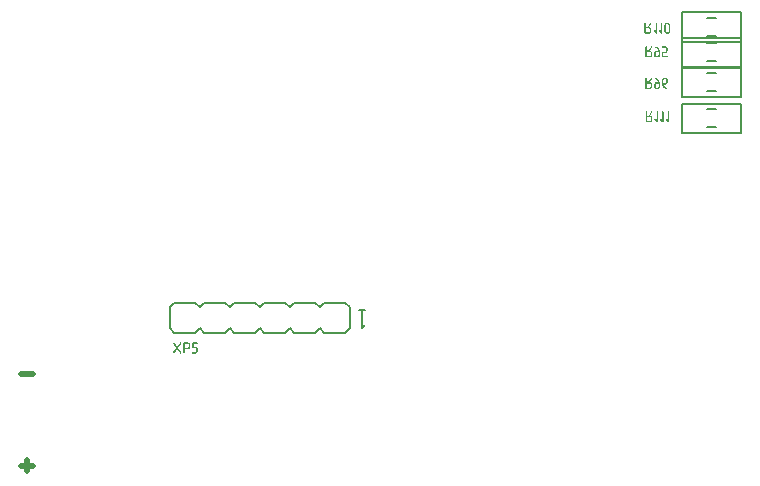
<source format=gbo>
G04*
G04 #@! TF.GenerationSoftware,Altium Limited,Altium Designer,21.0.9 (235)*
G04*
G04 Layer_Color=32896*
%FSLAX44Y44*%
%MOMM*%
G71*
G04*
G04 #@! TF.SameCoordinates,FA964728-6FA9-4AF5-8778-7C994F639020*
G04*
G04*
G04 #@! TF.FilePolarity,Positive*
G04*
G01*
G75*
%ADD11C,0.1500*%
%ADD13C,0.2000*%
%ADD17C,0.5000*%
G36*
X-257445Y-410547D02*
X-257362Y-410561D01*
X-257223Y-410616D01*
X-257168Y-410644D01*
X-257126Y-410658D01*
X-257112Y-410686D01*
X-257099D01*
X-257029Y-410755D01*
X-256988Y-410838D01*
X-256932Y-410977D01*
X-256918Y-411046D01*
X-256904Y-411088D01*
Y-411116D01*
Y-411129D01*
X-256960Y-411338D01*
X-256988Y-411421D01*
X-258832Y-414208D01*
X-258888D01*
X-258596Y-414236D01*
X-258319Y-414291D01*
X-258083Y-414389D01*
X-257875Y-414500D01*
X-257709Y-414597D01*
X-257584Y-414694D01*
X-257515Y-414749D01*
X-257487Y-414777D01*
X-257293Y-414999D01*
X-257154Y-415248D01*
X-257043Y-415470D01*
X-256974Y-415692D01*
X-256932Y-415886D01*
X-256918Y-416039D01*
X-256904Y-416094D01*
Y-416136D01*
Y-416164D01*
Y-416178D01*
Y-418008D01*
X-256932Y-418299D01*
X-257001Y-418563D01*
X-257085Y-418799D01*
X-257196Y-419007D01*
X-257307Y-419173D01*
X-257390Y-419298D01*
X-257459Y-419367D01*
X-257487Y-419395D01*
X-257709Y-419589D01*
X-257945Y-419728D01*
X-258180Y-419839D01*
X-258402Y-419908D01*
X-258596Y-419950D01*
X-258749Y-419964D01*
X-258804Y-419977D01*
X-262202D01*
X-262285Y-419950D01*
X-262438Y-419880D01*
X-262535Y-419783D01*
X-262618Y-419686D01*
X-262660Y-419575D01*
X-262674Y-419478D01*
X-262687Y-419409D01*
Y-419395D01*
Y-419381D01*
Y-411129D01*
X-262674Y-411018D01*
X-262660Y-410935D01*
X-262632Y-410852D01*
X-262604Y-410783D01*
X-262577Y-410741D01*
X-262549Y-410700D01*
X-262521Y-410686D01*
Y-410672D01*
X-262382Y-410589D01*
X-262244Y-410547D01*
X-262174D01*
X-262133Y-410533D01*
X-262091D01*
X-261994Y-410547D01*
X-261925Y-410561D01*
X-261786Y-410616D01*
X-261731Y-410644D01*
X-261689Y-410658D01*
X-261675Y-410686D01*
X-261661D01*
X-261606Y-410755D01*
X-261564Y-410824D01*
X-261509Y-410977D01*
Y-411032D01*
X-261495Y-411088D01*
Y-411116D01*
Y-411129D01*
Y-414208D01*
X-260136D01*
X-258014Y-410797D01*
X-257931Y-410686D01*
X-257861Y-410630D01*
X-257806Y-410589D01*
X-257792Y-410575D01*
X-257695Y-410547D01*
X-257612Y-410533D01*
X-257528D01*
X-257445Y-410547D01*
D02*
G37*
G36*
X-243272D02*
X-243202Y-410561D01*
X-243064Y-410616D01*
X-243008Y-410644D01*
X-242967Y-410658D01*
X-242953Y-410686D01*
X-242939D01*
X-242883Y-410755D01*
X-242842Y-410824D01*
X-242786Y-410977D01*
Y-411032D01*
X-242773Y-411088D01*
Y-411116D01*
Y-411129D01*
Y-419395D01*
Y-419492D01*
X-242800Y-419589D01*
X-242842Y-419742D01*
X-242870Y-419797D01*
X-242897Y-419839D01*
X-242911Y-419853D01*
X-242925Y-419867D01*
X-242994Y-419922D01*
X-243064Y-419977D01*
X-243175Y-420019D01*
X-243258Y-420047D01*
X-243286D01*
X-243397Y-420033D01*
X-243494Y-420005D01*
X-243549Y-419977D01*
X-243577Y-419964D01*
X-243660Y-419908D01*
X-243729Y-419853D01*
X-243785Y-419811D01*
X-243799Y-419797D01*
X-245643Y-417953D01*
X-245699Y-417883D01*
X-245740Y-417814D01*
X-245782Y-417675D01*
X-245796Y-417634D01*
X-245810Y-417592D01*
Y-417564D01*
Y-417551D01*
X-245796Y-417467D01*
X-245782Y-417384D01*
X-245713Y-417245D01*
X-245685Y-417190D01*
X-245657Y-417148D01*
X-245643Y-417135D01*
X-245629Y-417121D01*
X-245560Y-417065D01*
X-245477Y-417024D01*
X-245352Y-416982D01*
X-245296Y-416968D01*
X-245255Y-416954D01*
X-245213D01*
X-245130Y-416968D01*
X-245047Y-416982D01*
X-244922Y-417037D01*
X-244867Y-417065D01*
X-244825Y-417093D01*
X-244811Y-417121D01*
X-244797D01*
X-243965Y-418147D01*
Y-411129D01*
X-243951Y-411018D01*
X-243937Y-410935D01*
X-243910Y-410852D01*
X-243882Y-410783D01*
X-243854Y-410741D01*
X-243827Y-410700D01*
X-243799Y-410686D01*
Y-410672D01*
X-243660Y-410589D01*
X-243521Y-410547D01*
X-243452D01*
X-243410Y-410533D01*
X-243369D01*
X-243272Y-410547D01*
D02*
G37*
G36*
X-247959D02*
X-247890Y-410561D01*
X-247751Y-410616D01*
X-247696Y-410644D01*
X-247654Y-410658D01*
X-247640Y-410686D01*
X-247626D01*
X-247571Y-410755D01*
X-247529Y-410824D01*
X-247474Y-410977D01*
Y-411032D01*
X-247460Y-411088D01*
Y-411116D01*
Y-411129D01*
Y-419395D01*
Y-419492D01*
X-247488Y-419589D01*
X-247529Y-419742D01*
X-247557Y-419797D01*
X-247585Y-419839D01*
X-247599Y-419853D01*
X-247613Y-419867D01*
X-247682Y-419922D01*
X-247751Y-419977D01*
X-247862Y-420019D01*
X-247945Y-420047D01*
X-247973D01*
X-248084Y-420033D01*
X-248181Y-420005D01*
X-248237Y-419977D01*
X-248264Y-419964D01*
X-248348Y-419908D01*
X-248417Y-419853D01*
X-248472Y-419811D01*
X-248486Y-419797D01*
X-250331Y-417953D01*
X-250386Y-417883D01*
X-250428Y-417814D01*
X-250469Y-417675D01*
X-250483Y-417634D01*
X-250497Y-417592D01*
Y-417564D01*
Y-417551D01*
X-250483Y-417467D01*
X-250469Y-417384D01*
X-250400Y-417245D01*
X-250372Y-417190D01*
X-250345Y-417148D01*
X-250331Y-417135D01*
X-250317Y-417121D01*
X-250248Y-417065D01*
X-250164Y-417024D01*
X-250040Y-416982D01*
X-249984Y-416968D01*
X-249942Y-416954D01*
X-249901D01*
X-249818Y-416968D01*
X-249734Y-416982D01*
X-249610Y-417037D01*
X-249554Y-417065D01*
X-249513Y-417093D01*
X-249499Y-417121D01*
X-249485D01*
X-248653Y-418147D01*
Y-411129D01*
X-248639Y-411018D01*
X-248625Y-410935D01*
X-248597Y-410852D01*
X-248570Y-410783D01*
X-248542Y-410741D01*
X-248514Y-410700D01*
X-248486Y-410686D01*
Y-410672D01*
X-248348Y-410589D01*
X-248209Y-410547D01*
X-248140D01*
X-248098Y-410533D01*
X-248056D01*
X-247959Y-410547D01*
D02*
G37*
G36*
X-252647D02*
X-252577Y-410561D01*
X-252439Y-410616D01*
X-252383Y-410644D01*
X-252342Y-410658D01*
X-252328Y-410686D01*
X-252314D01*
X-252258Y-410755D01*
X-252217Y-410824D01*
X-252161Y-410977D01*
Y-411032D01*
X-252148Y-411088D01*
Y-411116D01*
Y-411129D01*
Y-419395D01*
Y-419492D01*
X-252175Y-419589D01*
X-252217Y-419742D01*
X-252245Y-419797D01*
X-252272Y-419839D01*
X-252286Y-419853D01*
X-252300Y-419867D01*
X-252369Y-419922D01*
X-252439Y-419977D01*
X-252550Y-420019D01*
X-252633Y-420047D01*
X-252661D01*
X-252772Y-420033D01*
X-252869Y-420005D01*
X-252924Y-419977D01*
X-252952Y-419964D01*
X-253035Y-419908D01*
X-253104Y-419853D01*
X-253160Y-419811D01*
X-253174Y-419797D01*
X-255018Y-417953D01*
X-255074Y-417883D01*
X-255115Y-417814D01*
X-255157Y-417675D01*
X-255171Y-417634D01*
X-255185Y-417592D01*
Y-417564D01*
Y-417551D01*
X-255171Y-417467D01*
X-255157Y-417384D01*
X-255088Y-417245D01*
X-255060Y-417190D01*
X-255032Y-417148D01*
X-255018Y-417135D01*
X-255004Y-417121D01*
X-254935Y-417065D01*
X-254852Y-417024D01*
X-254727Y-416982D01*
X-254672Y-416968D01*
X-254630Y-416954D01*
X-254588D01*
X-254505Y-416968D01*
X-254422Y-416982D01*
X-254297Y-417037D01*
X-254242Y-417065D01*
X-254200Y-417093D01*
X-254186Y-417121D01*
X-254172D01*
X-253340Y-418147D01*
Y-411129D01*
X-253326Y-411018D01*
X-253312Y-410935D01*
X-253285Y-410852D01*
X-253257Y-410783D01*
X-253229Y-410741D01*
X-253202Y-410700D01*
X-253174Y-410686D01*
Y-410672D01*
X-253035Y-410589D01*
X-252896Y-410547D01*
X-252827D01*
X-252785Y-410533D01*
X-252744D01*
X-252647Y-410547D01*
D02*
G37*
G36*
X-258361Y-335617D02*
X-258277Y-335631D01*
X-258139Y-335686D01*
X-258083Y-335714D01*
X-258042Y-335728D01*
X-258028Y-335756D01*
X-258014D01*
X-257945Y-335825D01*
X-257903Y-335908D01*
X-257847Y-336047D01*
X-257834Y-336116D01*
X-257820Y-336158D01*
Y-336186D01*
Y-336199D01*
X-257875Y-336408D01*
X-257903Y-336491D01*
X-259747Y-339278D01*
X-259803D01*
X-259512Y-339306D01*
X-259234Y-339361D01*
X-258999Y-339459D01*
X-258790Y-339570D01*
X-258624Y-339667D01*
X-258499Y-339764D01*
X-258430Y-339819D01*
X-258402Y-339847D01*
X-258208Y-340069D01*
X-258069Y-340318D01*
X-257958Y-340540D01*
X-257889Y-340762D01*
X-257847Y-340956D01*
X-257834Y-341109D01*
X-257820Y-341164D01*
Y-341206D01*
Y-341234D01*
Y-341248D01*
Y-343078D01*
X-257847Y-343369D01*
X-257917Y-343633D01*
X-258000Y-343869D01*
X-258111Y-344077D01*
X-258222Y-344243D01*
X-258305Y-344368D01*
X-258374Y-344437D01*
X-258402Y-344465D01*
X-258624Y-344659D01*
X-258860Y-344798D01*
X-259096Y-344909D01*
X-259317Y-344978D01*
X-259512Y-345020D01*
X-259664Y-345034D01*
X-259720Y-345047D01*
X-263117D01*
X-263201Y-345020D01*
X-263353Y-344950D01*
X-263450Y-344853D01*
X-263533Y-344756D01*
X-263575Y-344645D01*
X-263589Y-344548D01*
X-263603Y-344479D01*
Y-344465D01*
Y-344451D01*
Y-336199D01*
X-263589Y-336088D01*
X-263575Y-336005D01*
X-263547Y-335922D01*
X-263520Y-335853D01*
X-263492Y-335811D01*
X-263464Y-335770D01*
X-263436Y-335756D01*
Y-335742D01*
X-263298Y-335659D01*
X-263159Y-335617D01*
X-263090D01*
X-263048Y-335603D01*
X-263006D01*
X-262909Y-335617D01*
X-262840Y-335631D01*
X-262701Y-335686D01*
X-262646Y-335714D01*
X-262604Y-335728D01*
X-262590Y-335756D01*
X-262577D01*
X-262521Y-335825D01*
X-262479Y-335894D01*
X-262424Y-336047D01*
Y-336102D01*
X-262410Y-336158D01*
Y-336186D01*
Y-336199D01*
Y-339278D01*
X-261051D01*
X-258929Y-335867D01*
X-258846Y-335756D01*
X-258777Y-335700D01*
X-258721Y-335659D01*
X-258707Y-335645D01*
X-258610Y-335617D01*
X-258527Y-335603D01*
X-258444D01*
X-258361Y-335617D01*
D02*
G37*
G36*
X-248875D02*
X-248805Y-335631D01*
X-248667Y-335686D01*
X-248611Y-335714D01*
X-248570Y-335728D01*
X-248556Y-335756D01*
X-248542D01*
X-248486Y-335825D01*
X-248445Y-335894D01*
X-248389Y-336047D01*
Y-336102D01*
X-248375Y-336158D01*
Y-336186D01*
Y-336199D01*
Y-344465D01*
Y-344562D01*
X-248403Y-344659D01*
X-248445Y-344812D01*
X-248472Y-344867D01*
X-248500Y-344909D01*
X-248514Y-344923D01*
X-248528Y-344937D01*
X-248597Y-344992D01*
X-248667Y-345047D01*
X-248778Y-345089D01*
X-248861Y-345117D01*
X-248888D01*
X-248999Y-345103D01*
X-249097Y-345075D01*
X-249152Y-345047D01*
X-249180Y-345034D01*
X-249263Y-344978D01*
X-249332Y-344923D01*
X-249388Y-344881D01*
X-249402Y-344867D01*
X-251246Y-343023D01*
X-251302Y-342953D01*
X-251343Y-342884D01*
X-251385Y-342745D01*
X-251399Y-342704D01*
X-251413Y-342662D01*
Y-342634D01*
Y-342621D01*
X-251399Y-342537D01*
X-251385Y-342454D01*
X-251315Y-342315D01*
X-251288Y-342260D01*
X-251260Y-342218D01*
X-251246Y-342205D01*
X-251232Y-342191D01*
X-251163Y-342135D01*
X-251080Y-342094D01*
X-250955Y-342052D01*
X-250899Y-342038D01*
X-250858Y-342024D01*
X-250816D01*
X-250733Y-342038D01*
X-250650Y-342052D01*
X-250525Y-342107D01*
X-250469Y-342135D01*
X-250428Y-342163D01*
X-250414Y-342191D01*
X-250400D01*
X-249568Y-343217D01*
Y-336199D01*
X-249554Y-336088D01*
X-249540Y-336005D01*
X-249513Y-335922D01*
X-249485Y-335853D01*
X-249457Y-335811D01*
X-249429Y-335770D01*
X-249402Y-335756D01*
Y-335742D01*
X-249263Y-335659D01*
X-249124Y-335617D01*
X-249055D01*
X-249013Y-335603D01*
X-248972D01*
X-248875Y-335617D01*
D02*
G37*
G36*
X-253562D02*
X-253493Y-335631D01*
X-253354Y-335686D01*
X-253299Y-335714D01*
X-253257Y-335728D01*
X-253243Y-335756D01*
X-253229D01*
X-253174Y-335825D01*
X-253132Y-335894D01*
X-253077Y-336047D01*
Y-336102D01*
X-253063Y-336158D01*
Y-336186D01*
Y-336199D01*
Y-344465D01*
Y-344562D01*
X-253091Y-344659D01*
X-253132Y-344812D01*
X-253160Y-344867D01*
X-253188Y-344909D01*
X-253202Y-344923D01*
X-253215Y-344937D01*
X-253285Y-344992D01*
X-253354Y-345047D01*
X-253465Y-345089D01*
X-253548Y-345117D01*
X-253576D01*
X-253687Y-345103D01*
X-253784Y-345075D01*
X-253839Y-345047D01*
X-253867Y-345034D01*
X-253950Y-344978D01*
X-254020Y-344923D01*
X-254075Y-344881D01*
X-254089Y-344867D01*
X-255934Y-343023D01*
X-255989Y-342953D01*
X-256031Y-342884D01*
X-256072Y-342745D01*
X-256086Y-342704D01*
X-256100Y-342662D01*
Y-342634D01*
Y-342621D01*
X-256086Y-342537D01*
X-256072Y-342454D01*
X-256003Y-342315D01*
X-255975Y-342260D01*
X-255947Y-342218D01*
X-255934Y-342205D01*
X-255920Y-342191D01*
X-255850Y-342135D01*
X-255767Y-342094D01*
X-255642Y-342052D01*
X-255587Y-342038D01*
X-255545Y-342024D01*
X-255504D01*
X-255420Y-342038D01*
X-255337Y-342052D01*
X-255212Y-342107D01*
X-255157Y-342135D01*
X-255115Y-342163D01*
X-255102Y-342191D01*
X-255088D01*
X-254256Y-343217D01*
Y-336199D01*
X-254242Y-336088D01*
X-254228Y-336005D01*
X-254200Y-335922D01*
X-254172Y-335853D01*
X-254145Y-335811D01*
X-254117Y-335770D01*
X-254089Y-335756D01*
Y-335742D01*
X-253950Y-335659D01*
X-253812Y-335617D01*
X-253742D01*
X-253701Y-335603D01*
X-253659D01*
X-253562Y-335617D01*
D02*
G37*
G36*
X-243854D02*
X-243702Y-335631D01*
X-243397Y-335700D01*
X-243147Y-335811D01*
X-242925Y-335922D01*
X-242745Y-336033D01*
X-242606Y-336144D01*
X-242523Y-336213D01*
X-242495Y-336241D01*
X-242384Y-336366D01*
X-242287Y-336491D01*
X-242121Y-336740D01*
X-242010Y-337004D01*
X-241940Y-337240D01*
X-241885Y-337448D01*
X-241871Y-337531D01*
Y-337600D01*
X-241857Y-337669D01*
Y-337711D01*
Y-337739D01*
Y-337753D01*
Y-342898D01*
Y-343064D01*
X-241885Y-343217D01*
X-241954Y-343508D01*
X-242065Y-343772D01*
X-242176Y-343993D01*
X-242301Y-344160D01*
X-242412Y-344299D01*
X-242481Y-344382D01*
X-242495Y-344410D01*
X-242509D01*
X-242634Y-344520D01*
X-242759Y-344618D01*
X-243008Y-344784D01*
X-243272Y-344895D01*
X-243507Y-344964D01*
X-243715Y-345020D01*
X-243799Y-345034D01*
X-243868D01*
X-243937Y-345047D01*
X-244742D01*
X-244894Y-345020D01*
X-245200Y-344950D01*
X-245449Y-344840D01*
X-245671Y-344729D01*
X-245851Y-344604D01*
X-245990Y-344493D01*
X-246073Y-344423D01*
X-246087Y-344410D01*
X-246101Y-344396D01*
X-246212Y-344271D01*
X-246309Y-344146D01*
X-246462Y-343883D01*
X-246572Y-343633D01*
X-246642Y-343397D01*
X-246697Y-343203D01*
X-246711Y-343037D01*
X-246725Y-342981D01*
Y-342939D01*
Y-342912D01*
Y-342898D01*
Y-337753D01*
X-246711Y-337586D01*
X-246697Y-337420D01*
X-246628Y-337129D01*
X-246517Y-336865D01*
X-246406Y-336643D01*
X-246295Y-336463D01*
X-246184Y-336324D01*
X-246115Y-336241D01*
X-246087Y-336227D01*
Y-336213D01*
X-245962Y-336102D01*
X-245837Y-336019D01*
X-245588Y-335867D01*
X-245324Y-335756D01*
X-245089Y-335686D01*
X-244881Y-335631D01*
X-244797Y-335617D01*
X-244728D01*
X-244659Y-335603D01*
X-244021D01*
X-243854Y-335617D01*
D02*
G37*
G36*
X-656389Y-606305D02*
X-656333Y-606319D01*
X-656194Y-606361D01*
X-656111Y-606416D01*
X-656042Y-606471D01*
X-656028Y-606485D01*
X-656014Y-606499D01*
X-655986Y-606541D01*
X-655945Y-606596D01*
X-655875Y-606721D01*
X-655862Y-606804D01*
X-655848Y-606888D01*
Y-606915D01*
X-655862Y-606985D01*
X-655889Y-607096D01*
X-655959Y-607234D01*
X-658510Y-611020D01*
X-655945Y-614820D01*
X-655875Y-615001D01*
X-655848Y-615139D01*
Y-615153D01*
Y-615181D01*
X-655862Y-615223D01*
X-655875Y-615278D01*
X-655931Y-615417D01*
X-655973Y-615486D01*
X-656042Y-615555D01*
X-656056Y-615569D01*
X-656070Y-615583D01*
X-656111Y-615611D01*
X-656167Y-615639D01*
X-656305Y-615708D01*
X-656375Y-615722D01*
X-656472Y-615736D01*
X-656513D01*
X-656569Y-615722D01*
X-656638Y-615694D01*
X-656721Y-615666D01*
X-656805Y-615611D01*
X-656902Y-615541D01*
X-656985Y-615444D01*
X-659218Y-611977D01*
X-661464Y-615486D01*
X-661478Y-615500D01*
X-661520Y-615541D01*
X-661589Y-615611D01*
X-661700Y-615694D01*
X-661936Y-615736D01*
X-661977D01*
X-662019Y-615722D01*
X-662075Y-615708D01*
X-662213Y-615666D01*
X-662297Y-615625D01*
X-662380Y-615569D01*
X-662394Y-615555D01*
X-662408Y-615541D01*
X-662435Y-615500D01*
X-662463Y-615444D01*
X-662532Y-615306D01*
X-662546Y-615223D01*
X-662560Y-615139D01*
Y-615125D01*
Y-615112D01*
X-662546Y-615042D01*
X-662518Y-614931D01*
X-662463Y-614806D01*
X-659897Y-611020D01*
X-662477Y-607220D01*
X-662560Y-607040D01*
Y-606888D01*
Y-606874D01*
Y-606846D01*
X-662546Y-606804D01*
X-662532Y-606749D01*
X-662491Y-606610D01*
X-662449Y-606541D01*
X-662394Y-606471D01*
X-662380Y-606458D01*
X-662366Y-606444D01*
X-662324Y-606416D01*
X-662269Y-606375D01*
X-662130Y-606319D01*
X-662047Y-606305D01*
X-661950Y-606291D01*
X-661894D01*
X-661839Y-606305D01*
X-661769Y-606333D01*
X-661700Y-606361D01*
X-661603Y-606416D01*
X-661520Y-606499D01*
X-661437Y-606596D01*
X-659218Y-610036D01*
X-656957Y-606555D01*
X-656943Y-606541D01*
X-656902Y-606485D01*
X-656846Y-606430D01*
X-656749Y-606361D01*
X-656610Y-606291D01*
X-656430D01*
X-656389Y-606305D01*
D02*
G37*
G36*
X-642257D02*
X-642201Y-606319D01*
X-642063Y-606375D01*
X-641993Y-606416D01*
X-641924Y-606485D01*
X-641910Y-606499D01*
X-641896Y-606513D01*
X-641827Y-606596D01*
X-641771Y-606721D01*
X-641757Y-606791D01*
X-641743Y-606874D01*
Y-606888D01*
Y-606915D01*
X-641757Y-606943D01*
Y-606998D01*
X-641813Y-607137D01*
X-641841Y-607207D01*
X-641896Y-607276D01*
Y-607290D01*
X-641924Y-607304D01*
X-641965Y-607331D01*
X-642007Y-607373D01*
X-642076Y-607415D01*
X-642160Y-607442D01*
X-642243Y-607456D01*
X-642354Y-607470D01*
X-645419D01*
Y-609966D01*
X-644087D01*
X-644018Y-609980D01*
X-643935Y-609994D01*
X-643824Y-610008D01*
X-643588Y-610050D01*
X-643325Y-610147D01*
X-643033Y-610271D01*
X-642895Y-610355D01*
X-642742Y-610452D01*
X-642603Y-610563D01*
X-642465Y-610687D01*
X-642451Y-610701D01*
X-642437Y-610715D01*
X-642395Y-610757D01*
X-642354Y-610812D01*
X-642298Y-610882D01*
X-642243Y-610965D01*
X-642104Y-611159D01*
X-641965Y-611409D01*
X-641854Y-611700D01*
X-641771Y-612033D01*
X-641757Y-612213D01*
X-641743Y-612393D01*
Y-613309D01*
Y-613322D01*
Y-613350D01*
Y-613406D01*
X-641757Y-613475D01*
X-641771Y-613558D01*
X-641785Y-613655D01*
X-641827Y-613891D01*
X-641924Y-614169D01*
X-642049Y-614460D01*
X-642132Y-614598D01*
X-642229Y-614751D01*
X-642340Y-614890D01*
X-642465Y-615028D01*
X-642479Y-615042D01*
X-642492Y-615056D01*
X-642534Y-615098D01*
X-642589Y-615139D01*
X-642659Y-615195D01*
X-642742Y-615250D01*
X-642950Y-615375D01*
X-643200Y-615514D01*
X-643491Y-615625D01*
X-643824Y-615708D01*
X-644004Y-615722D01*
X-644184Y-615736D01*
X-646057D01*
X-646112Y-615722D01*
X-646168D01*
X-646320Y-615666D01*
X-646389Y-615639D01*
X-646459Y-615583D01*
Y-615569D01*
X-646487Y-615541D01*
X-646500Y-615514D01*
X-646528Y-615458D01*
X-646584Y-615320D01*
X-646598Y-615236D01*
X-646611Y-615139D01*
Y-615125D01*
Y-615112D01*
X-646598Y-615014D01*
X-646542Y-614890D01*
X-646514Y-614820D01*
X-646459Y-614751D01*
X-646445Y-614737D01*
X-646431Y-614723D01*
X-646389Y-614696D01*
X-646348Y-614654D01*
X-646209Y-614585D01*
X-646112Y-614571D01*
X-646015Y-614557D01*
X-644101D01*
X-644004Y-614543D01*
X-643879Y-614515D01*
X-643741Y-614474D01*
X-643602Y-614404D01*
X-643449Y-614321D01*
X-643311Y-614210D01*
X-643297Y-614196D01*
X-643255Y-614141D01*
X-643186Y-614071D01*
X-643117Y-613960D01*
X-643061Y-613836D01*
X-642992Y-613683D01*
X-642950Y-613503D01*
X-642936Y-613309D01*
Y-612393D01*
Y-612366D01*
Y-612310D01*
X-642950Y-612213D01*
X-642978Y-612088D01*
X-643019Y-611950D01*
X-643089Y-611811D01*
X-643172Y-611658D01*
X-643297Y-611520D01*
X-643311Y-611506D01*
X-643366Y-611464D01*
X-643436Y-611395D01*
X-643546Y-611325D01*
X-643671Y-611270D01*
X-643824Y-611201D01*
X-643990Y-611159D01*
X-644184Y-611145D01*
X-646043D01*
X-646112Y-611131D01*
X-646209Y-611117D01*
X-646306Y-611076D01*
X-646417Y-610993D01*
X-646514Y-610896D01*
X-646584Y-610743D01*
X-646598Y-610660D01*
X-646611Y-610549D01*
Y-606888D01*
Y-606874D01*
Y-606860D01*
X-646598Y-606791D01*
X-646584Y-606693D01*
X-646542Y-606582D01*
X-646459Y-606485D01*
X-646362Y-606388D01*
X-646209Y-606319D01*
X-646126Y-606291D01*
X-642312D01*
X-642257Y-606305D01*
D02*
G37*
G36*
X-650175D02*
X-650023Y-606319D01*
X-649829Y-606361D01*
X-649607Y-606430D01*
X-649371Y-606541D01*
X-649135Y-606680D01*
X-648913Y-606874D01*
X-648886Y-606902D01*
X-648816Y-606971D01*
X-648733Y-607096D01*
X-648622Y-607262D01*
X-648511Y-607470D01*
X-648428Y-607706D01*
X-648359Y-607969D01*
X-648331Y-608261D01*
Y-610091D01*
Y-610105D01*
Y-610133D01*
Y-610174D01*
X-648345Y-610230D01*
X-648359Y-610382D01*
X-648400Y-610577D01*
X-648470Y-610798D01*
X-648581Y-611020D01*
X-648719Y-611270D01*
X-648913Y-611492D01*
X-648941Y-611520D01*
X-649011Y-611575D01*
X-649135Y-611672D01*
X-649302Y-611769D01*
X-649510Y-611880D01*
X-649746Y-611977D01*
X-650023Y-612033D01*
X-650314Y-612061D01*
X-652922D01*
Y-615139D01*
Y-615153D01*
Y-615181D01*
X-652935Y-615236D01*
Y-615292D01*
X-652991Y-615444D01*
X-653032Y-615514D01*
X-653088Y-615583D01*
X-653102D01*
X-653116Y-615611D01*
X-653157Y-615625D01*
X-653213Y-615652D01*
X-653351Y-615708D01*
X-653421Y-615722D01*
X-653518Y-615736D01*
X-653559D01*
X-653601Y-615722D01*
X-653670D01*
X-653809Y-615680D01*
X-653948Y-615597D01*
Y-615583D01*
X-653976Y-615569D01*
X-654003Y-615528D01*
X-654031Y-615486D01*
X-654059Y-615417D01*
X-654086Y-615333D01*
X-654100Y-615250D01*
X-654114Y-615139D01*
Y-606888D01*
Y-606874D01*
Y-606860D01*
X-654100Y-606791D01*
X-654086Y-606693D01*
X-654045Y-606582D01*
X-653962Y-606485D01*
X-653865Y-606388D01*
X-653712Y-606319D01*
X-653629Y-606291D01*
X-650231D01*
X-650175Y-606305D01*
D02*
G37*
G36*
X-257648Y-382284D02*
X-257565Y-382298D01*
X-257426Y-382353D01*
X-257370Y-382381D01*
X-257329Y-382395D01*
X-257315Y-382423D01*
X-257301D01*
X-257232Y-382492D01*
X-257190Y-382575D01*
X-257135Y-382714D01*
X-257121Y-382783D01*
X-257107Y-382825D01*
Y-382853D01*
Y-382866D01*
X-257162Y-383074D01*
X-257190Y-383158D01*
X-259035Y-385945D01*
X-259090D01*
X-258799Y-385973D01*
X-258521Y-386028D01*
X-258286Y-386125D01*
X-258078Y-386236D01*
X-257911Y-386333D01*
X-257786Y-386431D01*
X-257717Y-386486D01*
X-257689Y-386514D01*
X-257495Y-386736D01*
X-257356Y-386985D01*
X-257246Y-387207D01*
X-257176Y-387429D01*
X-257135Y-387623D01*
X-257121Y-387776D01*
X-257107Y-387831D01*
Y-387873D01*
Y-387901D01*
Y-387914D01*
Y-389745D01*
X-257135Y-390036D01*
X-257204Y-390300D01*
X-257287Y-390536D01*
X-257398Y-390744D01*
X-257509Y-390910D01*
X-257592Y-391035D01*
X-257662Y-391104D01*
X-257689Y-391132D01*
X-257911Y-391326D01*
X-258147Y-391465D01*
X-258383Y-391576D01*
X-258605Y-391645D01*
X-258799Y-391687D01*
X-258951Y-391701D01*
X-259007Y-391714D01*
X-262405D01*
X-262488Y-391687D01*
X-262640Y-391617D01*
X-262737Y-391520D01*
X-262821Y-391423D01*
X-262862Y-391312D01*
X-262876Y-391215D01*
X-262890Y-391146D01*
Y-391132D01*
Y-391118D01*
Y-382866D01*
X-262876Y-382755D01*
X-262862Y-382672D01*
X-262834Y-382589D01*
X-262807Y-382520D01*
X-262779Y-382478D01*
X-262751Y-382436D01*
X-262724Y-382423D01*
Y-382409D01*
X-262585Y-382326D01*
X-262446Y-382284D01*
X-262377D01*
X-262335Y-382270D01*
X-262294D01*
X-262197Y-382284D01*
X-262127Y-382298D01*
X-261989Y-382353D01*
X-261933Y-382381D01*
X-261891Y-382395D01*
X-261878Y-382423D01*
X-261864D01*
X-261808Y-382492D01*
X-261767Y-382561D01*
X-261711Y-382714D01*
Y-382769D01*
X-261697Y-382825D01*
Y-382853D01*
Y-382866D01*
Y-385945D01*
X-260338D01*
X-258216Y-382533D01*
X-258133Y-382423D01*
X-258064Y-382367D01*
X-258008Y-382326D01*
X-257994Y-382312D01*
X-257897Y-382284D01*
X-257814Y-382270D01*
X-257731D01*
X-257648Y-382284D01*
D02*
G37*
G36*
X-245652Y-382298D02*
X-245374Y-382353D01*
X-245138Y-382450D01*
X-244930Y-382561D01*
X-244764Y-382658D01*
X-244639Y-382755D01*
X-244570Y-382811D01*
X-244542Y-382839D01*
X-244348Y-383060D01*
X-244209Y-383310D01*
X-244098Y-383532D01*
X-244029Y-383754D01*
X-243987Y-383948D01*
X-243974Y-384101D01*
X-243960Y-384156D01*
Y-384198D01*
Y-384225D01*
Y-384239D01*
Y-386070D01*
Y-386222D01*
X-243987Y-386361D01*
X-244057Y-386638D01*
X-244154Y-386874D01*
X-244251Y-387068D01*
X-244362Y-387235D01*
X-244459Y-387360D01*
X-244528Y-387429D01*
X-244542Y-387457D01*
X-244556D01*
X-244778Y-387651D01*
X-245014Y-387790D01*
X-245249Y-387901D01*
X-245471Y-387970D01*
X-245652Y-388012D01*
X-245804Y-388025D01*
X-245860Y-388039D01*
X-247468D01*
X-247357Y-388247D01*
X-247246Y-388552D01*
X-247122Y-388802D01*
X-246997Y-389038D01*
X-246858Y-389260D01*
X-246733Y-389440D01*
X-246609Y-389579D01*
X-246511Y-389690D01*
X-246456Y-389759D01*
X-246428Y-389787D01*
X-246234Y-389967D01*
X-246068Y-390106D01*
X-245998Y-390147D01*
X-245957Y-390189D01*
X-245929Y-390203D01*
X-245915Y-390217D01*
X-245776Y-390314D01*
X-245665Y-390369D01*
X-245610Y-390411D01*
X-245582Y-390425D01*
X-245471Y-390480D01*
X-245360Y-390522D01*
X-245277Y-390549D01*
X-245263Y-390563D01*
X-245249D01*
X-245125Y-390660D01*
X-245028Y-390730D01*
X-244986Y-390785D01*
X-244972Y-390813D01*
X-244917Y-390910D01*
X-244903Y-391007D01*
X-244889Y-391076D01*
Y-391090D01*
Y-391104D01*
Y-391187D01*
X-244917Y-391257D01*
X-244958Y-391395D01*
X-244986Y-391451D01*
X-245014Y-391493D01*
X-245028Y-391506D01*
X-245041Y-391520D01*
X-245111Y-391590D01*
X-245180Y-391631D01*
X-245333Y-391687D01*
X-245388Y-391701D01*
X-245444Y-391714D01*
X-245485D01*
X-245707Y-391659D01*
X-246040Y-391493D01*
X-246345Y-391312D01*
X-246609Y-391132D01*
X-246844Y-390965D01*
X-247038Y-390799D01*
X-247177Y-390674D01*
X-247233Y-390633D01*
X-247274Y-390591D01*
X-247288Y-390577D01*
X-247302Y-390563D01*
X-247538Y-390300D01*
X-247746Y-390009D01*
X-247926Y-389731D01*
X-248078Y-389468D01*
X-248190Y-389232D01*
X-248231Y-389121D01*
X-248273Y-389038D01*
X-248300Y-388968D01*
X-248328Y-388913D01*
X-248342Y-388885D01*
Y-388871D01*
X-248508Y-388483D01*
X-248619Y-388081D01*
X-248703Y-387679D01*
X-248772Y-387318D01*
X-248786Y-387152D01*
X-248800Y-386999D01*
X-248814Y-386874D01*
Y-386749D01*
X-248827Y-386652D01*
Y-386583D01*
Y-386541D01*
Y-386528D01*
Y-384239D01*
X-248800Y-383934D01*
X-248730Y-383671D01*
X-248647Y-383435D01*
X-248536Y-383227D01*
X-248425Y-383060D01*
X-248342Y-382936D01*
X-248273Y-382866D01*
X-248245Y-382839D01*
X-248023Y-382644D01*
X-247787Y-382506D01*
X-247551Y-382409D01*
X-247330Y-382339D01*
X-247149Y-382298D01*
X-246997Y-382284D01*
X-246941Y-382270D01*
X-245943D01*
X-245652Y-382298D01*
D02*
G37*
G36*
X-253654Y-382312D02*
X-253321Y-382464D01*
X-253030Y-382631D01*
X-252766Y-382797D01*
X-252530Y-382963D01*
X-252350Y-383116D01*
X-252197Y-383241D01*
X-252156Y-383282D01*
X-252114Y-383324D01*
X-252100Y-383338D01*
X-252087Y-383352D01*
X-251851Y-383629D01*
X-251629Y-383907D01*
X-251449Y-384184D01*
X-251296Y-384447D01*
X-251171Y-384683D01*
X-251130Y-384780D01*
X-251088Y-384863D01*
X-251060Y-384933D01*
X-251033Y-384988D01*
X-251019Y-385016D01*
Y-385030D01*
X-250852Y-385446D01*
X-250727Y-385862D01*
X-250644Y-386278D01*
X-250575Y-386652D01*
X-250561Y-386819D01*
X-250547Y-386971D01*
X-250533Y-387110D01*
Y-387235D01*
X-250519Y-387332D01*
Y-387401D01*
Y-387443D01*
Y-387457D01*
Y-389745D01*
X-250547Y-390036D01*
X-250616Y-390300D01*
X-250700Y-390536D01*
X-250811Y-390744D01*
X-250922Y-390910D01*
X-251005Y-391035D01*
X-251074Y-391104D01*
X-251102Y-391132D01*
X-251324Y-391326D01*
X-251560Y-391465D01*
X-251795Y-391576D01*
X-252017Y-391645D01*
X-252211Y-391687D01*
X-252364Y-391701D01*
X-252419Y-391714D01*
X-253418D01*
X-253709Y-391687D01*
X-253986Y-391617D01*
X-254222Y-391534D01*
X-254430Y-391423D01*
X-254597Y-391312D01*
X-254708Y-391229D01*
X-254791Y-391160D01*
X-254819Y-391132D01*
X-255013Y-390910D01*
X-255151Y-390674D01*
X-255249Y-390438D01*
X-255318Y-390230D01*
X-255359Y-390036D01*
X-255373Y-389884D01*
X-255387Y-389828D01*
Y-389787D01*
Y-389759D01*
Y-389745D01*
Y-387914D01*
X-255359Y-387609D01*
X-255290Y-387346D01*
X-255207Y-387110D01*
X-255096Y-386902D01*
X-254985Y-386736D01*
X-254902Y-386611D01*
X-254832Y-386541D01*
X-254805Y-386514D01*
X-254583Y-386320D01*
X-254347Y-386181D01*
X-254111Y-386084D01*
X-253889Y-386015D01*
X-253709Y-385973D01*
X-253557Y-385959D01*
X-253501Y-385945D01*
X-251906D01*
X-252017Y-385723D01*
X-252142Y-385377D01*
X-252267Y-385127D01*
X-252392Y-384891D01*
X-252530Y-384669D01*
X-252669Y-384475D01*
X-252794Y-384323D01*
X-252891Y-384198D01*
X-252946Y-384114D01*
X-252974Y-384101D01*
Y-384087D01*
X-253154Y-383948D01*
X-253321Y-383837D01*
X-253390Y-383782D01*
X-253446Y-383740D01*
X-253487Y-383726D01*
X-253501Y-383712D01*
X-253709Y-383587D01*
X-253903Y-383490D01*
X-253986Y-383449D01*
X-254056Y-383421D01*
X-254097Y-383393D01*
X-254111D01*
X-254250Y-383310D01*
X-254333Y-383241D01*
X-254389Y-383185D01*
X-254403Y-383158D01*
X-254444Y-383060D01*
X-254458Y-382963D01*
X-254472Y-382908D01*
Y-382880D01*
X-254458Y-382797D01*
X-254444Y-382714D01*
X-254389Y-382575D01*
X-254361Y-382520D01*
X-254333Y-382478D01*
X-254305Y-382464D01*
Y-382450D01*
X-254236Y-382395D01*
X-254167Y-382353D01*
X-254028Y-382298D01*
X-253973Y-382284D01*
X-253931Y-382270D01*
X-253889D01*
X-253654Y-382312D01*
D02*
G37*
G36*
X-257648Y-355614D02*
X-257565Y-355628D01*
X-257426Y-355683D01*
X-257370Y-355711D01*
X-257329Y-355725D01*
X-257315Y-355753D01*
X-257301D01*
X-257232Y-355822D01*
X-257190Y-355905D01*
X-257135Y-356044D01*
X-257121Y-356113D01*
X-257107Y-356155D01*
Y-356183D01*
Y-356196D01*
X-257162Y-356404D01*
X-257190Y-356488D01*
X-259035Y-359275D01*
X-259090D01*
X-258799Y-359303D01*
X-258521Y-359358D01*
X-258286Y-359455D01*
X-258078Y-359566D01*
X-257911Y-359663D01*
X-257786Y-359761D01*
X-257717Y-359816D01*
X-257689Y-359844D01*
X-257495Y-360066D01*
X-257356Y-360315D01*
X-257246Y-360537D01*
X-257176Y-360759D01*
X-257135Y-360953D01*
X-257121Y-361106D01*
X-257107Y-361161D01*
Y-361203D01*
Y-361231D01*
Y-361244D01*
Y-363075D01*
X-257135Y-363366D01*
X-257204Y-363630D01*
X-257287Y-363866D01*
X-257398Y-364074D01*
X-257509Y-364240D01*
X-257592Y-364365D01*
X-257662Y-364434D01*
X-257689Y-364462D01*
X-257911Y-364656D01*
X-258147Y-364795D01*
X-258383Y-364906D01*
X-258605Y-364975D01*
X-258799Y-365017D01*
X-258951Y-365031D01*
X-259007Y-365044D01*
X-262405D01*
X-262488Y-365017D01*
X-262640Y-364947D01*
X-262737Y-364850D01*
X-262821Y-364753D01*
X-262862Y-364642D01*
X-262876Y-364545D01*
X-262890Y-364476D01*
Y-364462D01*
Y-364448D01*
Y-356196D01*
X-262876Y-356085D01*
X-262862Y-356002D01*
X-262834Y-355919D01*
X-262807Y-355850D01*
X-262779Y-355808D01*
X-262751Y-355766D01*
X-262724Y-355753D01*
Y-355739D01*
X-262585Y-355656D01*
X-262446Y-355614D01*
X-262377D01*
X-262335Y-355600D01*
X-262294D01*
X-262197Y-355614D01*
X-262127Y-355628D01*
X-261989Y-355683D01*
X-261933Y-355711D01*
X-261891Y-355725D01*
X-261878Y-355753D01*
X-261864D01*
X-261808Y-355822D01*
X-261767Y-355891D01*
X-261711Y-356044D01*
Y-356099D01*
X-261697Y-356155D01*
Y-356183D01*
Y-356196D01*
Y-359275D01*
X-260338D01*
X-258216Y-355863D01*
X-258133Y-355753D01*
X-258064Y-355697D01*
X-258008Y-355656D01*
X-257994Y-355642D01*
X-257897Y-355614D01*
X-257814Y-355600D01*
X-257731D01*
X-257648Y-355614D01*
D02*
G37*
G36*
X-246220D02*
X-246040Y-355628D01*
X-245707Y-355711D01*
X-245416Y-355822D01*
X-245166Y-355961D01*
X-244958Y-356085D01*
X-244875Y-356141D01*
X-244806Y-356196D01*
X-244750Y-356238D01*
X-244708Y-356280D01*
X-244695Y-356293D01*
X-244681Y-356307D01*
X-244556Y-356446D01*
X-244445Y-356585D01*
X-244348Y-356737D01*
X-244265Y-356876D01*
X-244140Y-357167D01*
X-244043Y-357444D01*
X-244001Y-357680D01*
X-243987Y-357777D01*
X-243974Y-357860D01*
X-243960Y-357930D01*
Y-357985D01*
Y-358013D01*
Y-358027D01*
Y-358942D01*
X-243974Y-359123D01*
X-243987Y-359303D01*
X-244071Y-359636D01*
X-244181Y-359927D01*
X-244320Y-360177D01*
X-244459Y-360371D01*
X-244514Y-360454D01*
X-244570Y-360523D01*
X-244611Y-360579D01*
X-244653Y-360620D01*
X-244667Y-360634D01*
X-244681Y-360648D01*
X-244820Y-360773D01*
X-244958Y-360884D01*
X-245111Y-360981D01*
X-245249Y-361064D01*
X-245541Y-361189D01*
X-245804Y-361286D01*
X-246040Y-361328D01*
X-246151Y-361342D01*
X-246234Y-361355D01*
X-246303Y-361369D01*
X-247635D01*
Y-363866D01*
X-244570D01*
X-244459Y-363879D01*
X-244376Y-363893D01*
X-244293Y-363921D01*
X-244223Y-363963D01*
X-244181Y-364004D01*
X-244140Y-364032D01*
X-244112Y-364046D01*
Y-364060D01*
X-244057Y-364129D01*
X-244029Y-364198D01*
X-243974Y-364337D01*
Y-364393D01*
X-243960Y-364420D01*
Y-364448D01*
Y-364462D01*
X-243974Y-364545D01*
X-243987Y-364614D01*
X-244043Y-364739D01*
X-244112Y-364823D01*
X-244126Y-364836D01*
X-244140Y-364850D01*
X-244209Y-364920D01*
X-244279Y-364961D01*
X-244417Y-365017D01*
X-244473Y-365031D01*
X-244528Y-365044D01*
X-248342D01*
X-248425Y-365017D01*
X-248578Y-364947D01*
X-248675Y-364850D01*
X-248758Y-364753D01*
X-248800Y-364642D01*
X-248814Y-364545D01*
X-248827Y-364476D01*
Y-364462D01*
Y-364448D01*
Y-360787D01*
X-248814Y-360676D01*
X-248800Y-360593D01*
X-248730Y-360440D01*
X-248633Y-360343D01*
X-248522Y-360260D01*
X-248425Y-360218D01*
X-248328Y-360204D01*
X-248259Y-360190D01*
X-246401D01*
X-246206Y-360177D01*
X-246040Y-360135D01*
X-245887Y-360066D01*
X-245763Y-360010D01*
X-245652Y-359941D01*
X-245582Y-359871D01*
X-245527Y-359830D01*
X-245513Y-359816D01*
X-245388Y-359677D01*
X-245305Y-359525D01*
X-245236Y-359386D01*
X-245194Y-359247D01*
X-245166Y-359123D01*
X-245152Y-359025D01*
Y-358970D01*
Y-358942D01*
Y-358027D01*
X-245166Y-357833D01*
X-245208Y-357653D01*
X-245277Y-357500D01*
X-245333Y-357375D01*
X-245402Y-357264D01*
X-245471Y-357195D01*
X-245513Y-357139D01*
X-245527Y-357126D01*
X-245665Y-357015D01*
X-245818Y-356931D01*
X-245957Y-356862D01*
X-246095Y-356820D01*
X-246220Y-356793D01*
X-246317Y-356779D01*
X-248231D01*
X-248328Y-356765D01*
X-248425Y-356751D01*
X-248564Y-356682D01*
X-248605Y-356640D01*
X-248647Y-356612D01*
X-248661Y-356599D01*
X-248675Y-356585D01*
X-248730Y-356515D01*
X-248758Y-356446D01*
X-248814Y-356321D01*
X-248827Y-356224D01*
Y-356210D01*
Y-356196D01*
X-248814Y-356099D01*
X-248800Y-356016D01*
X-248744Y-355877D01*
X-248717Y-355822D01*
X-248703Y-355794D01*
X-248675Y-355766D01*
Y-355753D01*
X-248605Y-355697D01*
X-248536Y-355669D01*
X-248384Y-355614D01*
X-248328D01*
X-248273Y-355600D01*
X-246401D01*
X-246220Y-355614D01*
D02*
G37*
G36*
X-253654Y-355642D02*
X-253321Y-355794D01*
X-253030Y-355961D01*
X-252766Y-356127D01*
X-252530Y-356293D01*
X-252350Y-356446D01*
X-252197Y-356571D01*
X-252156Y-356612D01*
X-252114Y-356654D01*
X-252100Y-356668D01*
X-252087Y-356682D01*
X-251851Y-356959D01*
X-251629Y-357237D01*
X-251449Y-357514D01*
X-251296Y-357777D01*
X-251171Y-358013D01*
X-251130Y-358110D01*
X-251088Y-358193D01*
X-251060Y-358263D01*
X-251033Y-358318D01*
X-251019Y-358346D01*
Y-358360D01*
X-250852Y-358776D01*
X-250727Y-359192D01*
X-250644Y-359608D01*
X-250575Y-359982D01*
X-250561Y-360149D01*
X-250547Y-360301D01*
X-250533Y-360440D01*
Y-360565D01*
X-250519Y-360662D01*
Y-360731D01*
Y-360773D01*
Y-360787D01*
Y-363075D01*
X-250547Y-363366D01*
X-250616Y-363630D01*
X-250700Y-363866D01*
X-250811Y-364074D01*
X-250922Y-364240D01*
X-251005Y-364365D01*
X-251074Y-364434D01*
X-251102Y-364462D01*
X-251324Y-364656D01*
X-251560Y-364795D01*
X-251795Y-364906D01*
X-252017Y-364975D01*
X-252211Y-365017D01*
X-252364Y-365031D01*
X-252419Y-365044D01*
X-253418D01*
X-253709Y-365017D01*
X-253986Y-364947D01*
X-254222Y-364864D01*
X-254430Y-364753D01*
X-254597Y-364642D01*
X-254708Y-364559D01*
X-254791Y-364490D01*
X-254819Y-364462D01*
X-255013Y-364240D01*
X-255151Y-364004D01*
X-255249Y-363769D01*
X-255318Y-363560D01*
X-255359Y-363366D01*
X-255373Y-363214D01*
X-255387Y-363158D01*
Y-363117D01*
Y-363089D01*
Y-363075D01*
Y-361244D01*
X-255359Y-360939D01*
X-255290Y-360676D01*
X-255207Y-360440D01*
X-255096Y-360232D01*
X-254985Y-360066D01*
X-254902Y-359941D01*
X-254832Y-359871D01*
X-254805Y-359844D01*
X-254583Y-359650D01*
X-254347Y-359511D01*
X-254111Y-359414D01*
X-253889Y-359344D01*
X-253709Y-359303D01*
X-253557Y-359289D01*
X-253501Y-359275D01*
X-251906D01*
X-252017Y-359053D01*
X-252142Y-358707D01*
X-252267Y-358457D01*
X-252392Y-358221D01*
X-252530Y-357999D01*
X-252669Y-357805D01*
X-252794Y-357653D01*
X-252891Y-357528D01*
X-252946Y-357444D01*
X-252974Y-357431D01*
Y-357417D01*
X-253154Y-357278D01*
X-253321Y-357167D01*
X-253390Y-357112D01*
X-253446Y-357070D01*
X-253487Y-357056D01*
X-253501Y-357042D01*
X-253709Y-356917D01*
X-253903Y-356820D01*
X-253986Y-356779D01*
X-254056Y-356751D01*
X-254097Y-356723D01*
X-254111D01*
X-254250Y-356640D01*
X-254333Y-356571D01*
X-254389Y-356515D01*
X-254403Y-356488D01*
X-254444Y-356390D01*
X-254458Y-356293D01*
X-254472Y-356238D01*
Y-356210D01*
X-254458Y-356127D01*
X-254444Y-356044D01*
X-254389Y-355905D01*
X-254361Y-355850D01*
X-254333Y-355808D01*
X-254305Y-355794D01*
Y-355780D01*
X-254236Y-355725D01*
X-254167Y-355683D01*
X-254028Y-355628D01*
X-253973Y-355614D01*
X-253931Y-355600D01*
X-253889D01*
X-253654Y-355642D01*
D02*
G37*
%LPC*%
G36*
X-258832Y-415387D02*
X-261495D01*
Y-418799D01*
X-258888D01*
X-258763Y-418785D01*
X-258652Y-418757D01*
X-258555Y-418729D01*
X-258472Y-418688D01*
X-258402Y-418632D01*
X-258361Y-418605D01*
X-258333Y-418577D01*
X-258319Y-418563D01*
X-258250Y-418480D01*
X-258194Y-418383D01*
X-258153Y-418286D01*
X-258125Y-418202D01*
X-258111Y-418119D01*
X-258097Y-418064D01*
Y-418022D01*
Y-418008D01*
Y-416178D01*
X-258111Y-416053D01*
X-258139Y-415942D01*
X-258166Y-415831D01*
X-258208Y-415748D01*
X-258263Y-415678D01*
X-258291Y-415637D01*
X-258319Y-415609D01*
X-258333Y-415595D01*
X-258430Y-415526D01*
X-258513Y-415470D01*
X-258610Y-415443D01*
X-258693Y-415415D01*
X-258777Y-415401D01*
X-258832Y-415387D01*
D02*
G37*
G36*
X-259747Y-340457D02*
X-262410D01*
Y-343869D01*
X-259803D01*
X-259678Y-343855D01*
X-259567Y-343827D01*
X-259470Y-343799D01*
X-259387Y-343758D01*
X-259317Y-343702D01*
X-259276Y-343675D01*
X-259248Y-343647D01*
X-259234Y-343633D01*
X-259165Y-343550D01*
X-259109Y-343453D01*
X-259068Y-343356D01*
X-259040Y-343272D01*
X-259026Y-343189D01*
X-259012Y-343134D01*
Y-343092D01*
Y-343078D01*
Y-341248D01*
X-259026Y-341123D01*
X-259054Y-341012D01*
X-259082Y-340901D01*
X-259123Y-340818D01*
X-259179Y-340748D01*
X-259207Y-340707D01*
X-259234Y-340679D01*
X-259248Y-340665D01*
X-259345Y-340596D01*
X-259428Y-340540D01*
X-259526Y-340513D01*
X-259609Y-340485D01*
X-259692Y-340471D01*
X-259747Y-340457D01*
D02*
G37*
G36*
X-243951Y-336782D02*
X-244575D01*
X-244714Y-336796D01*
X-244853Y-336824D01*
X-244964Y-336865D01*
X-245061Y-336921D01*
X-245144Y-336976D01*
X-245200Y-337018D01*
X-245241Y-337046D01*
X-245255Y-337059D01*
X-245352Y-337170D01*
X-245421Y-337295D01*
X-245463Y-337406D01*
X-245491Y-337517D01*
X-245518Y-337614D01*
X-245532Y-337683D01*
Y-337739D01*
Y-337753D01*
Y-342898D01*
X-245518Y-343037D01*
X-245491Y-343175D01*
X-245449Y-343286D01*
X-245394Y-343383D01*
X-245338Y-343466D01*
X-245296Y-343522D01*
X-245269Y-343564D01*
X-245255Y-343577D01*
X-245144Y-343675D01*
X-245033Y-343744D01*
X-244922Y-343799D01*
X-244811Y-343827D01*
X-244714Y-343855D01*
X-244645Y-343869D01*
X-244021D01*
X-243882Y-343855D01*
X-243743Y-343827D01*
X-243632Y-343772D01*
X-243535Y-343730D01*
X-243452Y-343675D01*
X-243397Y-343619D01*
X-243355Y-343591D01*
X-243341Y-343577D01*
X-243244Y-343466D01*
X-243175Y-343356D01*
X-243119Y-343231D01*
X-243092Y-343134D01*
X-243064Y-343037D01*
X-243050Y-342967D01*
Y-342912D01*
Y-342898D01*
Y-337753D01*
X-243064Y-337600D01*
X-243092Y-337475D01*
X-243147Y-337351D01*
X-243188Y-337253D01*
X-243244Y-337170D01*
X-243300Y-337115D01*
X-243327Y-337073D01*
X-243341Y-337059D01*
X-243452Y-336962D01*
X-243563Y-336893D01*
X-243688Y-336851D01*
X-243785Y-336824D01*
X-243882Y-336796D01*
X-243951Y-336782D01*
D02*
G37*
G36*
X-650314Y-607470D02*
X-652922D01*
Y-610882D01*
X-650259D01*
X-650203Y-610868D01*
X-650120Y-610854D01*
X-650037Y-610826D01*
X-649940Y-610798D01*
X-649857Y-610743D01*
X-649760Y-610674D01*
X-649746Y-610660D01*
X-649718Y-610632D01*
X-649690Y-610590D01*
X-649635Y-610521D01*
X-649593Y-610438D01*
X-649565Y-610327D01*
X-649538Y-610216D01*
X-649524Y-610091D01*
Y-608261D01*
Y-608247D01*
Y-608205D01*
X-649538Y-608150D01*
X-649551Y-608066D01*
X-649579Y-607983D01*
X-649621Y-607886D01*
X-649676Y-607789D01*
X-649746Y-607706D01*
X-649760Y-607692D01*
X-649787Y-607664D01*
X-649829Y-607636D01*
X-649898Y-607581D01*
X-649981Y-607539D01*
X-650079Y-607512D01*
X-650189Y-607484D01*
X-650314Y-607470D01*
D02*
G37*
G36*
X-259035Y-387124D02*
X-261697D01*
Y-390536D01*
X-259090D01*
X-258965Y-390522D01*
X-258854Y-390494D01*
X-258757Y-390466D01*
X-258674Y-390425D01*
X-258605Y-390369D01*
X-258563Y-390341D01*
X-258535Y-390314D01*
X-258521Y-390300D01*
X-258452Y-390217D01*
X-258397Y-390120D01*
X-258355Y-390022D01*
X-258327Y-389939D01*
X-258313Y-389856D01*
X-258300Y-389800D01*
Y-389759D01*
Y-389745D01*
Y-387914D01*
X-258313Y-387790D01*
X-258341Y-387679D01*
X-258369Y-387568D01*
X-258410Y-387485D01*
X-258466Y-387415D01*
X-258494Y-387374D01*
X-258521Y-387346D01*
X-258535Y-387332D01*
X-258632Y-387263D01*
X-258716Y-387207D01*
X-258813Y-387179D01*
X-258896Y-387152D01*
X-258979Y-387138D01*
X-259035Y-387124D01*
D02*
G37*
G36*
X-245887Y-383449D02*
X-246858D01*
X-246969Y-383463D01*
X-247066Y-383477D01*
X-247136Y-383490D01*
X-247163D01*
X-247260Y-383546D01*
X-247344Y-383601D01*
X-247399Y-383657D01*
X-247427Y-383671D01*
X-247496Y-383754D01*
X-247551Y-383851D01*
X-247579Y-383948D01*
X-247607Y-384045D01*
X-247621Y-384114D01*
X-247635Y-384184D01*
Y-384225D01*
Y-384239D01*
Y-386583D01*
Y-386860D01*
X-245943D01*
X-245818Y-386847D01*
X-245707Y-386819D01*
X-245610Y-386791D01*
X-245527Y-386749D01*
X-245457Y-386694D01*
X-245416Y-386666D01*
X-245388Y-386638D01*
X-245374Y-386625D01*
X-245305Y-386541D01*
X-245249Y-386444D01*
X-245208Y-386347D01*
X-245180Y-386264D01*
X-245166Y-386181D01*
X-245152Y-386125D01*
Y-386084D01*
Y-386070D01*
Y-384239D01*
X-245166Y-384114D01*
X-245194Y-384003D01*
X-245222Y-383893D01*
X-245263Y-383809D01*
X-245319Y-383740D01*
X-245347Y-383698D01*
X-245374Y-383671D01*
X-245388Y-383657D01*
X-245485Y-383587D01*
X-245568Y-383532D01*
X-245665Y-383504D01*
X-245749Y-383477D01*
X-245832Y-383463D01*
X-245887Y-383449D01*
D02*
G37*
G36*
X-251726Y-387124D02*
X-253418D01*
X-253529Y-387138D01*
X-253626Y-387152D01*
X-253695Y-387165D01*
X-253723D01*
X-253820Y-387221D01*
X-253903Y-387276D01*
X-253959Y-387332D01*
X-253986Y-387346D01*
X-254056Y-387429D01*
X-254111Y-387526D01*
X-254139Y-387623D01*
X-254167Y-387720D01*
X-254181Y-387790D01*
X-254195Y-387859D01*
Y-387901D01*
Y-387914D01*
Y-389745D01*
X-254181Y-389870D01*
X-254167Y-389967D01*
X-254153Y-390022D01*
Y-390050D01*
X-254097Y-390147D01*
X-254042Y-390230D01*
X-254000Y-390286D01*
X-253986Y-390300D01*
X-253889Y-390383D01*
X-253792Y-390438D01*
X-253709Y-390480D01*
X-253612Y-390508D01*
X-253529Y-390522D01*
X-253473Y-390536D01*
X-252503D01*
X-252378Y-390522D01*
X-252267Y-390494D01*
X-252170Y-390466D01*
X-252087Y-390425D01*
X-252017Y-390369D01*
X-251976Y-390341D01*
X-251948Y-390314D01*
X-251934Y-390300D01*
X-251865Y-390217D01*
X-251809Y-390120D01*
X-251768Y-390022D01*
X-251740Y-389939D01*
X-251726Y-389856D01*
X-251712Y-389800D01*
Y-389759D01*
Y-389745D01*
Y-387457D01*
Y-387207D01*
X-251726Y-387124D01*
D02*
G37*
G36*
X-259035Y-360454D02*
X-261697D01*
Y-363866D01*
X-259090D01*
X-258965Y-363852D01*
X-258854Y-363824D01*
X-258757Y-363796D01*
X-258674Y-363755D01*
X-258605Y-363699D01*
X-258563Y-363671D01*
X-258535Y-363644D01*
X-258521Y-363630D01*
X-258452Y-363547D01*
X-258397Y-363450D01*
X-258355Y-363352D01*
X-258327Y-363269D01*
X-258313Y-363186D01*
X-258300Y-363130D01*
Y-363089D01*
Y-363075D01*
Y-361244D01*
X-258313Y-361120D01*
X-258341Y-361009D01*
X-258369Y-360898D01*
X-258410Y-360815D01*
X-258466Y-360745D01*
X-258494Y-360704D01*
X-258521Y-360676D01*
X-258535Y-360662D01*
X-258632Y-360593D01*
X-258716Y-360537D01*
X-258813Y-360509D01*
X-258896Y-360482D01*
X-258979Y-360468D01*
X-259035Y-360454D01*
D02*
G37*
G36*
X-251726D02*
X-253418D01*
X-253529Y-360468D01*
X-253626Y-360482D01*
X-253695Y-360495D01*
X-253723D01*
X-253820Y-360551D01*
X-253903Y-360606D01*
X-253959Y-360662D01*
X-253986Y-360676D01*
X-254056Y-360759D01*
X-254111Y-360856D01*
X-254139Y-360953D01*
X-254167Y-361050D01*
X-254181Y-361120D01*
X-254195Y-361189D01*
Y-361231D01*
Y-361244D01*
Y-363075D01*
X-254181Y-363200D01*
X-254167Y-363297D01*
X-254153Y-363352D01*
Y-363380D01*
X-254097Y-363477D01*
X-254042Y-363560D01*
X-254000Y-363616D01*
X-253986Y-363630D01*
X-253889Y-363713D01*
X-253792Y-363769D01*
X-253709Y-363810D01*
X-253612Y-363838D01*
X-253529Y-363852D01*
X-253473Y-363866D01*
X-252503D01*
X-252378Y-363852D01*
X-252267Y-363824D01*
X-252170Y-363796D01*
X-252087Y-363755D01*
X-252017Y-363699D01*
X-251976Y-363671D01*
X-251948Y-363644D01*
X-251934Y-363630D01*
X-251865Y-363547D01*
X-251809Y-363450D01*
X-251768Y-363352D01*
X-251740Y-363269D01*
X-251726Y-363186D01*
X-251712Y-363130D01*
Y-363089D01*
Y-363075D01*
Y-360787D01*
Y-360537D01*
X-251726Y-360454D01*
D02*
G37*
%LPD*%
D11*
X-560070Y-598170D02*
X-542290D01*
X-563880Y-594360D02*
X-560070Y-598170D01*
X-513080Y-594360D02*
Y-576580D01*
X-516890Y-598170D02*
X-513080Y-594360D01*
X-534670Y-598170D02*
X-516890D01*
X-538480Y-594360D02*
X-534670Y-598170D01*
X-542290D02*
X-538480Y-594360D01*
X-567690Y-598170D02*
X-563880Y-594360D01*
X-585470Y-598170D02*
X-567690D01*
X-589280Y-594360D02*
X-585470Y-598170D01*
X-665663Y-594364D02*
X-661853Y-598174D01*
X-665663Y-594364D02*
Y-576584D01*
X-661853Y-572774D01*
X-589280Y-576580D02*
X-585470Y-572770D01*
X-567690D01*
X-563880Y-576580D01*
X-560070Y-572770D01*
X-542290D01*
X-538480Y-576580D01*
X-534670Y-572770D01*
X-516890D01*
X-513080Y-576580D01*
X-643890Y-598170D02*
X-640080Y-594360D01*
X-661670Y-598170D02*
X-643890D01*
X-640080Y-594360D02*
X-636270Y-598170D01*
X-618490D01*
X-614680Y-594360D01*
X-593090Y-598170D02*
X-589280Y-594360D01*
X-614680D02*
X-610870Y-598170D01*
X-593090D01*
Y-572770D02*
X-589280Y-576580D01*
X-610870Y-572770D02*
X-593090D01*
X-614680Y-576580D02*
X-610870Y-572770D01*
X-618490D02*
X-614680Y-576580D01*
X-636270Y-572770D02*
X-618490D01*
X-640080Y-576580D02*
X-636270Y-572770D01*
X-643890D02*
X-640080Y-576580D01*
X-661670Y-572770D02*
X-643890D01*
X-232010Y-326590D02*
X-182010D01*
Y-351590D02*
Y-326590D01*
X-232010Y-351590D02*
X-182010D01*
X-232010D02*
Y-326590D01*
X-211010Y-331340D02*
X-203010D01*
X-211010Y-346840D02*
X-203010D01*
X-211010Y-424310D02*
X-203010D01*
X-211010Y-408810D02*
X-203010D01*
X-232010Y-429060D02*
Y-404060D01*
Y-429060D02*
X-182010D01*
Y-404060D01*
X-232010D02*
X-182010D01*
X-232010Y-348180D02*
X-182010D01*
Y-373180D02*
Y-348180D01*
X-232010Y-373180D02*
X-182010D01*
X-232010D02*
Y-348180D01*
X-211010Y-352930D02*
X-203010D01*
X-211010Y-368430D02*
X-203010D01*
X-232010Y-373580D02*
X-182010D01*
Y-398580D02*
Y-373580D01*
X-232010Y-398580D02*
X-182010D01*
X-232010D02*
Y-373580D01*
X-211010Y-378330D02*
X-203010D01*
X-211010Y-393830D02*
X-203010D01*
D13*
X-500380Y-579120D02*
X-505378D01*
X-502879D01*
Y-594115D01*
X-500380Y-591616D01*
D17*
X-791450Y-633060D02*
X-781450D01*
X-791450Y-710560D02*
X-781450D01*
X-786450Y-715560D02*
Y-705560D01*
M02*

</source>
